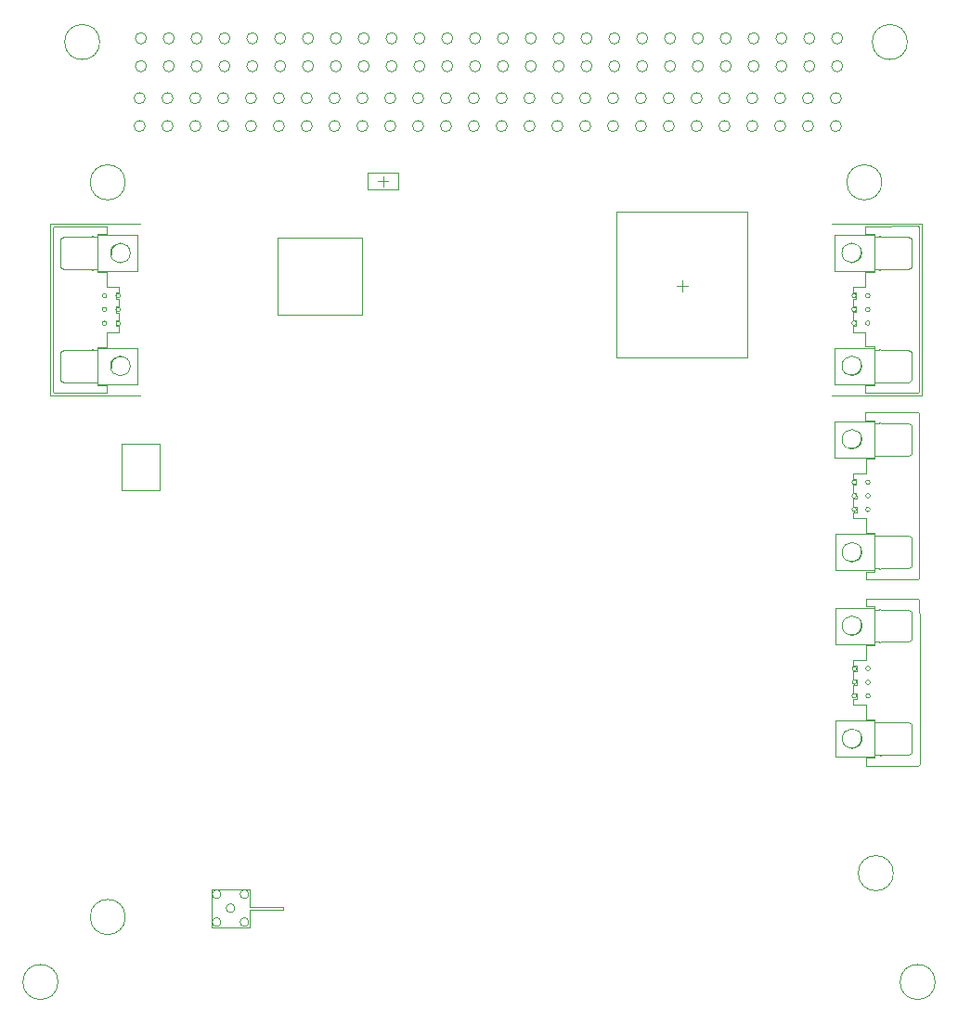
<source format=gbr>
%TF.GenerationSoftware,Altium Limited,Altium Designer,25.8.1 (18)*%
G04 Layer_Color=32768*
%FSLAX45Y45*%
%MOMM*%
%TF.SameCoordinates,E40C52F6-B12D-486C-AAC2-1DB2447C0C70*%
%TF.FilePolarity,Positive*%
%TF.FileFunction,Other,Mechanical_15*%
%TF.Part,Single*%
G01*
G75*
%TA.AperFunction,NonConductor*%
%ADD64C,0.10000*%
%ADD109C,0.05000*%
%ADD110C,0.01270*%
D64*
X3387448Y7461262D02*
Y7556262D01*
X3339948Y7508762D02*
X3434948D01*
X5517979Y5899526D02*
Y7235426D01*
X6712979Y5899526D02*
Y7235426D01*
X5517979D02*
X6712979D01*
X5517979Y5899526D02*
X6712979D01*
X6065479Y6558426D02*
X6165479D01*
X6115479Y6508426D02*
Y6608426D01*
D109*
X352500Y5555204D02*
X1172500D01*
X352500Y7125204D02*
X1172500D01*
X352500Y5555204D02*
Y7125204D01*
X1001901Y5114300D02*
X1351901D01*
X1001901Y4691300D02*
Y5114300D01*
Y4691300D02*
X1351901D01*
Y5114300D01*
X3247748Y7583762D02*
X3527148D01*
X3247748Y7433762D02*
X3527148D01*
X3247748D02*
Y7583762D01*
X3527148Y7433762D02*
Y7583762D01*
X2424448Y6992357D02*
X3195448D01*
X2424448Y6292357D02*
X3195448D01*
X2424448D02*
Y6992357D01*
X3195448Y6292357D02*
Y6992357D01*
X8303902Y5555900D02*
Y7125900D01*
X7483902Y5555900D02*
X8303902D01*
X7483902Y7125900D02*
X8303902D01*
D110*
X423501Y207200D02*
G03*
X423501Y207200I-160000J0D01*
G01*
X1037500Y800000D02*
G03*
X1037500Y800000I-160000J0D01*
G01*
X1013595Y5906460D02*
G03*
X911243Y5804110I-21095J-81256D01*
G01*
X867500Y6215204D02*
G03*
X867500Y6215204I-20000J0D01*
G01*
D02*
G03*
X867500Y6215204I-20000J0D01*
G01*
Y6340204D02*
G03*
X867500Y6340204I-20000J0D01*
G01*
D02*
G03*
X867500Y6340204I-20000J0D01*
G01*
Y6465204D02*
G03*
X867500Y6465204I-20000J0D01*
G01*
D02*
G03*
X867500Y6465204I-20000J0D01*
G01*
X1910500Y753625D02*
G03*
X1910500Y753625I-40000J0D01*
G01*
Y1007625D02*
G03*
X1910500Y1007625I-40000J0D01*
G01*
X2037500Y880625D02*
G03*
X2037500Y880625I-40000J0D01*
G01*
X2164500Y753625D02*
G03*
X2164500Y753625I-40000J0D01*
G01*
Y1007625D02*
G03*
X2164500Y1007625I-40000J0D01*
G01*
X7754877Y5155793D02*
G03*
X7754877Y5155793I-90000J0D01*
G01*
X7755645Y4125793D02*
G03*
X7755645Y4125793I-90000J0D01*
G01*
X7756143Y3455793D02*
G03*
X7756143Y3455793I-90000J0D01*
G01*
X7756911Y2425793D02*
G03*
X7756911Y2425793I-90000J0D01*
G01*
X992500Y6215204D02*
G03*
X992500Y6215204I-20000J0D01*
G01*
D02*
G03*
X992500Y6215204I-20000J0D01*
G01*
Y6340204D02*
G03*
X992500Y6340204I-20000J0D01*
G01*
D02*
G03*
X992500Y6340204I-20000J0D01*
G01*
Y6465204D02*
G03*
X992500Y6465204I-20000J0D01*
G01*
D02*
G03*
X992500Y6465204I-20000J0D01*
G01*
X1082500Y5825204D02*
G03*
X1082500Y5825204I-90000J0D01*
G01*
X7754378Y5825792D02*
G03*
X7754378Y5825792I-90000J0D01*
G01*
X1037500Y7499748D02*
G03*
X1037500Y7499748I-160000J0D01*
G01*
X1013595Y6936461D02*
G03*
X911243Y6834110I-21095J-81256D01*
G01*
X1082500Y6855204D02*
G03*
X1082500Y6855204I-90000J0D01*
G01*
X1218701Y8013500D02*
G03*
X1218701Y8013500I-51000J0D01*
G01*
X1472701D02*
G03*
X1472701Y8013500I-51000J0D01*
G01*
Y8267500D02*
G03*
X1472701Y8267500I-51000J0D01*
G01*
X1726701Y8013500D02*
G03*
X1726701Y8013500I-51000J0D01*
G01*
X1980701D02*
G03*
X1980701Y8013500I-51000J0D01*
G01*
X2234701D02*
G03*
X2234701Y8013500I-51000J0D01*
G01*
X2488701D02*
G03*
X2488701Y8013500I-51000J0D01*
G01*
X2742701D02*
G03*
X2742701Y8013500I-51000J0D01*
G01*
X2996701D02*
G03*
X2996701Y8013500I-51000J0D01*
G01*
X3250701D02*
G03*
X3250701Y8013500I-51000J0D01*
G01*
X3504701D02*
G03*
X3504701Y8013500I-51000J0D01*
G01*
X3758701D02*
G03*
X3758701Y8013500I-51000J0D01*
G01*
X804501Y8779700D02*
G03*
X804501Y8779700I-160000J0D01*
G01*
X1218701Y8267500D02*
G03*
X1218701Y8267500I-51000J0D01*
G01*
X1231401Y8559600D02*
G03*
X1231401Y8559600I-51000J0D01*
G01*
Y8813600D02*
G03*
X1231401Y8813600I-51000J0D01*
G01*
X1485401Y8559600D02*
G03*
X1485401Y8559600I-51000J0D01*
G01*
Y8813600D02*
G03*
X1485401Y8813600I-51000J0D01*
G01*
X1726701Y8267500D02*
G03*
X1726701Y8267500I-51000J0D01*
G01*
X1739401Y8813600D02*
G03*
X1739401Y8813600I-51000J0D01*
G01*
Y8559600D02*
G03*
X1739401Y8559600I-51000J0D01*
G01*
X1980701Y8267500D02*
G03*
X1980701Y8267500I-51000J0D01*
G01*
X1993401Y8559600D02*
G03*
X1993401Y8559600I-51000J0D01*
G01*
Y8813600D02*
G03*
X1993401Y8813600I-51000J0D01*
G01*
X2234701Y8267500D02*
G03*
X2234701Y8267500I-51000J0D01*
G01*
X2247401Y8559600D02*
G03*
X2247401Y8559600I-51000J0D01*
G01*
Y8813600D02*
G03*
X2247401Y8813600I-51000J0D01*
G01*
X2488701Y8267500D02*
G03*
X2488701Y8267500I-51000J0D01*
G01*
X2501401Y8813600D02*
G03*
X2501401Y8813600I-51000J0D01*
G01*
Y8559600D02*
G03*
X2501401Y8559600I-51000J0D01*
G01*
X2742701Y8267500D02*
G03*
X2742701Y8267500I-51000J0D01*
G01*
X2755401Y8559600D02*
G03*
X2755401Y8559600I-51000J0D01*
G01*
Y8813600D02*
G03*
X2755401Y8813600I-51000J0D01*
G01*
X2996701Y8267500D02*
G03*
X2996701Y8267500I-51000J0D01*
G01*
X3009401Y8559600D02*
G03*
X3009401Y8559600I-51000J0D01*
G01*
Y8813600D02*
G03*
X3009401Y8813600I-51000J0D01*
G01*
X3250701Y8267500D02*
G03*
X3250701Y8267500I-51000J0D01*
G01*
X3263401Y8559600D02*
G03*
X3263401Y8559600I-51000J0D01*
G01*
Y8813600D02*
G03*
X3263401Y8813600I-51000J0D01*
G01*
X3504701Y8267500D02*
G03*
X3504701Y8267500I-51000J0D01*
G01*
X3517401Y8559600D02*
G03*
X3517401Y8559600I-51000J0D01*
G01*
Y8813600D02*
G03*
X3517401Y8813600I-51000J0D01*
G01*
X3758701Y8267500D02*
G03*
X3758701Y8267500I-51000J0D01*
G01*
X3771401Y8559600D02*
G03*
X3771401Y8559600I-51000J0D01*
G01*
X4012701Y8013500D02*
G03*
X4012701Y8013500I-51000J0D01*
G01*
Y8267500D02*
G03*
X4012701Y8267500I-51000J0D01*
G01*
X4266701Y8013500D02*
G03*
X4266701Y8013500I-51000J0D01*
G01*
Y8267500D02*
G03*
X4266701Y8267500I-51000J0D01*
G01*
X4520701Y8013500D02*
G03*
X4520701Y8013500I-51000J0D01*
G01*
Y8267500D02*
G03*
X4520701Y8267500I-51000J0D01*
G01*
X4774701Y8013500D02*
G03*
X4774701Y8013500I-51000J0D01*
G01*
Y8267500D02*
G03*
X4774701Y8267500I-51000J0D01*
G01*
X5028701Y8013500D02*
G03*
X5028701Y8013500I-51000J0D01*
G01*
Y8267500D02*
G03*
X5028701Y8267500I-51000J0D01*
G01*
X5282701Y8013500D02*
G03*
X5282701Y8013500I-51000J0D01*
G01*
Y8267500D02*
G03*
X5282701Y8267500I-51000J0D01*
G01*
X5536701Y8013500D02*
G03*
X5536701Y8013500I-51000J0D01*
G01*
Y8267500D02*
G03*
X5536701Y8267500I-51000J0D01*
G01*
X5790701Y8013500D02*
G03*
X5790701Y8013500I-51000J0D01*
G01*
Y8267500D02*
G03*
X5790701Y8267500I-51000J0D01*
G01*
X6044701Y8013500D02*
G03*
X6044701Y8013500I-51000J0D01*
G01*
Y8267500D02*
G03*
X6044701Y8267500I-51000J0D01*
G01*
X6298701Y8013500D02*
G03*
X6298701Y8013500I-51000J0D01*
G01*
Y8267500D02*
G03*
X6298701Y8267500I-51000J0D01*
G01*
X6552701Y8013500D02*
G03*
X6552701Y8013500I-51000J0D01*
G01*
Y8267500D02*
G03*
X6552701Y8267500I-51000J0D01*
G01*
X6806701Y8013500D02*
G03*
X6806701Y8013500I-51000J0D01*
G01*
Y8267500D02*
G03*
X6806701Y8267500I-51000J0D01*
G01*
X7060701Y8013500D02*
G03*
X7060701Y8013500I-51000J0D01*
G01*
Y8267500D02*
G03*
X7060701Y8267500I-51000J0D01*
G01*
X7314701Y8013500D02*
G03*
X7314701Y8013500I-51000J0D01*
G01*
Y8267500D02*
G03*
X7314701Y8267500I-51000J0D01*
G01*
X7568701Y8013500D02*
G03*
X7568701Y8013500I-51000J0D01*
G01*
X7753611Y6855792D02*
G03*
X7753611Y6855792I-90000J0D01*
G01*
X3771401Y8813600D02*
G03*
X3771401Y8813600I-51000J0D01*
G01*
X4025401Y8559600D02*
G03*
X4025401Y8559600I-51000J0D01*
G01*
Y8813600D02*
G03*
X4025401Y8813600I-51000J0D01*
G01*
X4279401Y8559600D02*
G03*
X4279401Y8559600I-51000J0D01*
G01*
Y8813600D02*
G03*
X4279401Y8813600I-51000J0D01*
G01*
X4533401Y8559600D02*
G03*
X4533401Y8559600I-51000J0D01*
G01*
Y8813600D02*
G03*
X4533401Y8813600I-51000J0D01*
G01*
X4787401Y8559600D02*
G03*
X4787401Y8559600I-51000J0D01*
G01*
Y8813600D02*
G03*
X4787401Y8813600I-51000J0D01*
G01*
X5041401Y8559600D02*
G03*
X5041401Y8559600I-51000J0D01*
G01*
Y8813600D02*
G03*
X5041401Y8813600I-51000J0D01*
G01*
X5295401Y8559600D02*
G03*
X5295401Y8559600I-51000J0D01*
G01*
Y8813600D02*
G03*
X5295401Y8813600I-51000J0D01*
G01*
X5549401Y8559600D02*
G03*
X5549401Y8559600I-51000J0D01*
G01*
Y8813600D02*
G03*
X5549401Y8813600I-51000J0D01*
G01*
X5803401Y8559600D02*
G03*
X5803401Y8559600I-51000J0D01*
G01*
Y8813600D02*
G03*
X5803401Y8813600I-51000J0D01*
G01*
X6057401Y8559600D02*
G03*
X6057401Y8559600I-51000J0D01*
G01*
Y8813600D02*
G03*
X6057401Y8813600I-51000J0D01*
G01*
X6311401Y8559600D02*
G03*
X6311401Y8559600I-51000J0D01*
G01*
Y8813600D02*
G03*
X6311401Y8813600I-51000J0D01*
G01*
X6565401Y8559600D02*
G03*
X6565401Y8559600I-51000J0D01*
G01*
Y8813600D02*
G03*
X6565401Y8813600I-51000J0D01*
G01*
X6819401Y8559600D02*
G03*
X6819401Y8559600I-51000J0D01*
G01*
Y8813600D02*
G03*
X6819401Y8813600I-51000J0D01*
G01*
X7073401Y8559600D02*
G03*
X7073401Y8559600I-51000J0D01*
G01*
Y8813600D02*
G03*
X7073401Y8813600I-51000J0D01*
G01*
X7327401Y8559600D02*
G03*
X7327401Y8559600I-51000J0D01*
G01*
Y8813600D02*
G03*
X7327401Y8813600I-51000J0D01*
G01*
X7568701Y8267500D02*
G03*
X7568701Y8267500I-51000J0D01*
G01*
X7581401Y8559600D02*
G03*
X7581401Y8559600I-51000J0D01*
G01*
Y8813600D02*
G03*
X7581401Y8813600I-51000J0D01*
G01*
X7706434Y3065808D02*
G03*
X7706434Y3065808I-20000J0D01*
G01*
X7706527Y2940808D02*
G03*
X7706527Y2940808I-20000J0D01*
G01*
D02*
G03*
X7706527Y2940808I-20000J0D01*
G01*
X7706434Y3065808D02*
G03*
X7706434Y3065808I-20000J0D01*
G01*
X7706620Y2815808D02*
G03*
X7706620Y2815808I-20000J0D01*
G01*
D02*
G03*
X7706620Y2815808I-20000J0D01*
G01*
X7645876Y2344521D02*
G03*
X7748152Y2446948I21035J81272D01*
G01*
X7831620Y2815901D02*
G03*
X7831620Y2815901I-20000J0D01*
G01*
D02*
G03*
X7831620Y2815901I-20000J0D01*
G01*
X7831527Y2940901D02*
G03*
X7831527Y2940901I-20000J0D01*
G01*
D02*
G03*
X7831527Y2940901I-20000J0D01*
G01*
X7831434Y3065901D02*
G03*
X7831434Y3065901I-20000J0D01*
G01*
D02*
G03*
X7831434Y3065901I-20000J0D01*
G01*
X7645109Y3374521D02*
G03*
X7747384Y3476948I21035J81272D01*
G01*
X7644610Y4044521D02*
G03*
X7746885Y4146948I21035J81272D01*
G01*
X7705354Y4515808D02*
G03*
X7705354Y4515808I-20000J0D01*
G01*
D02*
G03*
X7705354Y4515808I-20000J0D01*
G01*
X7705261Y4640808D02*
G03*
X7705261Y4640808I-20000J0D01*
G01*
D02*
G03*
X7705261Y4640808I-20000J0D01*
G01*
X7705168Y4765808D02*
G03*
X7705168Y4765808I-20000J0D01*
G01*
D02*
G03*
X7705168Y4765808I-20000J0D01*
G01*
X7643842Y5074520D02*
G03*
X7746118Y5176947I21035J81272D01*
G01*
X7643344Y5744520D02*
G03*
X7745619Y5846947I21035J81272D01*
G01*
X7704088Y6215807D02*
G03*
X7704088Y6215807I-20000J0D01*
G01*
D02*
G03*
X7704088Y6215807I-20000J0D01*
G01*
X7703995Y6340807D02*
G03*
X7703995Y6340807I-20000J0D01*
G01*
D02*
G03*
X7703995Y6340807I-20000J0D01*
G01*
X7830354Y4515901D02*
G03*
X7830354Y4515901I-20000J0D01*
G01*
D02*
G03*
X7830354Y4515901I-20000J0D01*
G01*
X7830261Y4640901D02*
G03*
X7830261Y4640901I-20000J0D01*
G01*
D02*
G03*
X7830261Y4640901I-20000J0D01*
G01*
X7830168Y4765901D02*
G03*
X7830168Y4765901I-20000J0D01*
G01*
D02*
G03*
X7830168Y4765901I-20000J0D01*
G01*
X7829088Y6215900D02*
G03*
X7829088Y6215900I-20000J0D01*
G01*
D02*
G03*
X7829088Y6215900I-20000J0D01*
G01*
X8043065Y1199878D02*
G03*
X8043065Y1199878I-160000J0D01*
G01*
X8424200Y207100D02*
G03*
X8424200Y207100I-160000J0D01*
G01*
X7828995Y6340900D02*
G03*
X7828995Y6340900I-20000J0D01*
G01*
D02*
G03*
X7828995Y6340900I-20000J0D01*
G01*
X7703902Y6465807D02*
G03*
X7703902Y6465807I-20000J0D01*
G01*
D02*
G03*
X7703902Y6465807I-20000J0D01*
G01*
X7828902Y6465900D02*
G03*
X7828902Y6465900I-20000J0D01*
G01*
D02*
G03*
X7828902Y6465900I-20000J0D01*
G01*
X7642576Y6774520D02*
G03*
X7744852Y6876947I21035J81272D01*
G01*
X7938149Y7499748D02*
G03*
X7938149Y7499748I-160000J0D01*
G01*
X8170501Y8779700D02*
G03*
X8170501Y8779700I-160000J0D01*
G01*
X377500Y5825204D02*
Y6004565D01*
Y5590204D02*
Y5825204D01*
Y6004565D02*
Y6037065D01*
Y6098343D01*
Y6130843D01*
Y5590204D02*
X387500Y5580204D01*
X447500Y5694774D02*
Y5955634D01*
Y5694774D02*
X477500Y5677454D01*
X447500Y5955634D02*
X477500Y5972954D01*
Y5677454D02*
X722500D01*
X477500Y5972954D02*
X722500D01*
X387500Y5580204D02*
X867500D01*
X722500Y5677454D02*
X742500Y5671454D01*
X722500Y5972954D02*
X742500Y5978954D01*
Y5671454D02*
Y5677454D01*
Y5972954D02*
Y5978954D01*
Y5677454D02*
X787500D01*
X742500Y5972954D02*
X787500D01*
Y5825204D02*
Y6000204D01*
Y5650204D02*
Y5825204D01*
Y5660204D02*
Y5677454D01*
Y5972954D02*
Y5990204D01*
Y5650204D02*
X867500D01*
X787500Y6000204D02*
X867500D01*
Y5580204D02*
Y5650204D01*
Y6000204D02*
Y6032704D01*
Y6102704D01*
Y6135204D01*
X377500Y6130843D02*
Y6549565D01*
Y6675843D02*
Y6855204D01*
Y6549565D02*
Y6582065D01*
Y6643343D01*
Y6675843D01*
X447500Y6724775D02*
X477500Y6707454D01*
X722500D01*
X742500Y6701454D01*
Y6707454D01*
X787500D01*
Y6680204D02*
Y6855204D01*
Y6690204D02*
Y6707454D01*
Y6680204D02*
X867500D01*
Y6577704D02*
Y6647704D01*
Y6680204D01*
Y6545204D02*
Y6577704D01*
Y6135204D02*
X892500D01*
X867500Y6545204D02*
X892500D01*
Y6135204D02*
X952500D01*
X892500Y6545204D02*
X952500D01*
Y6188704D02*
Y6241704D01*
Y6313704D02*
Y6366704D01*
Y6438704D02*
Y6491704D01*
X982500D01*
X952500Y6545204D02*
X982500D01*
X787500Y5660204D02*
X1147500D01*
X1822500Y708125D02*
Y1053125D01*
Y708125D02*
X2172500D01*
X1822500Y1053125D02*
X2172500D01*
Y893749D02*
Y1053125D01*
Y708125D02*
Y867500D01*
X2477500D01*
X2172500Y893749D02*
X2477500D01*
Y867500D02*
Y893749D01*
X7509754Y5320677D02*
X7509808Y5248548D01*
X7509947Y5062806D01*
X7510000Y4990677D01*
X7510522Y4290677D02*
X7510575Y4218548D01*
X7510714Y4032807D01*
X7510767Y3960677D01*
X7511021Y3620678D02*
X7511074Y3548548D01*
X7511213Y3362807D01*
X7511266Y3290678D01*
X7511788Y2590678D02*
X7511841Y2518549D01*
X7511980Y2332807D01*
X7512033Y2260678D01*
X7675108Y4845800D02*
X7675148Y4792300D01*
X7675188Y4739300D02*
X7675241Y4667300D01*
X952500Y6135204D02*
X982500D01*
X952500Y6188704D02*
X982500D01*
X952500Y6241704D02*
X982500D01*
X952500Y6438704D02*
X982500D01*
X952500Y6313704D02*
X982500D01*
X952500Y6366704D02*
X982500D01*
X787500Y5990204D02*
X1147500D01*
X787500Y6690204D02*
X1147500D01*
X982500Y6135204D02*
Y6188704D01*
Y6241704D02*
Y6313704D01*
Y6366704D02*
Y6438704D01*
Y6491704D02*
Y6545204D01*
X1147500Y5660204D02*
Y5732333D01*
Y5918075D01*
Y5990204D01*
Y6690204D02*
Y6762333D01*
X7508680Y6762806D02*
X7508734Y6690677D01*
X7509255Y5990677D02*
X7509309Y5918548D01*
X7509448Y5732806D01*
X7509501Y5660677D01*
X7673842Y6545800D02*
X7673882Y6492300D01*
X7673921Y6439300D02*
X7673975Y6367300D01*
X7674014Y6314300D02*
X7674068Y6242300D01*
X7674108Y6189300D02*
X7674147Y6135800D01*
X377500Y6855204D02*
Y7090204D01*
X387500Y7100204D01*
X447500Y6724775D02*
Y6985633D01*
X477500Y7002954D01*
X722500D01*
X387500Y7100204D02*
X867500D01*
X722500Y7002954D02*
X742500Y7008954D01*
Y7002954D02*
Y7008954D01*
Y7002954D02*
X787500D01*
Y6855204D02*
Y7030204D01*
Y7002954D02*
Y7020204D01*
Y7030204D02*
X867500D01*
Y7100204D01*
X787500Y7020204D02*
X1147500D01*
Y6762333D02*
Y6948075D01*
Y7020204D01*
X7508488Y7020677D02*
X7508542Y6948547D01*
X7508680Y6762806D01*
X7676547Y2914300D02*
X7676600Y2842301D01*
X7676640Y2789301D02*
X7676680Y2735801D01*
X7511266Y3290678D02*
X7871266Y3290946D01*
X7676374Y3145800D02*
X7676414Y3092301D01*
X7510767Y3960677D02*
X7870767Y3960946D01*
X7676454Y3039300D02*
X7676507Y2967301D01*
X7511021Y3620678D02*
X7871021Y3620946D01*
X7676374Y3145800D02*
X7706374Y3145823D01*
X7676414Y3092301D02*
X7706414Y3092323D01*
X7676454Y3039300D02*
X7706454Y3039323D01*
X7792041Y2250887D02*
X7792093Y2180886D01*
X7512033Y2260678D02*
X7872034Y2260946D01*
X7511788Y2590678D02*
X7871788Y2590946D01*
X7791756Y2633386D02*
X7791780Y2600886D01*
X7791704Y2703386D02*
X7791756Y2633386D01*
X7791680Y2735886D02*
X7791704Y2703386D01*
X7676680Y2735801D02*
X7706680Y2735823D01*
X7766680Y2735868D01*
X7791680Y2735886D01*
X7676640Y2789301D02*
X7706640Y2789323D01*
X7706601Y2842323D02*
X7706640Y2789323D01*
X7676600Y2842301D02*
X7706601Y2842323D01*
X7676547Y2914300D02*
X7706547Y2914323D01*
X7706507Y2967323D02*
X7706547Y2914323D01*
X7676507Y2967301D02*
X7706507Y2967323D01*
X7706414Y3092323D02*
X7706454Y3039323D01*
X7706374Y3145823D02*
X7766374Y3145867D01*
X7791374Y3145886D01*
X7791350Y3178386D02*
X7791374Y3145886D01*
X7791298Y3248386D02*
X7791350Y3178386D01*
X7791274Y3280886D02*
X7791298Y3248386D01*
X7790961Y3700886D02*
X7791013Y3630886D01*
X7790775Y3950886D02*
X7790827Y3880886D01*
X7510522Y4290677D02*
X7870521Y4290945D01*
X7675414Y4435800D02*
X7705414Y4435822D01*
X7675374Y4489300D02*
X7675414Y4435800D01*
X7675374Y4489300D02*
X7705374Y4489322D01*
X7675334Y4542300D02*
X7705334Y4542322D01*
X7675281Y4614300D02*
X7675334Y4542300D01*
X7675281Y4614300D02*
X7705280Y4614322D01*
X7675241Y4667300D02*
X7705241Y4667322D01*
X7675188Y4739300D02*
X7705188Y4739323D01*
X7675148Y4792300D02*
X7705148Y4792322D01*
X7675108Y4845800D02*
X7705108Y4845822D01*
X7510000Y4990677D02*
X7870000Y4990945D01*
X7509754Y5320677D02*
X7869754Y5320945D01*
X7509501Y5660677D02*
X7869501Y5660945D01*
X7509255Y5990677D02*
X7869255Y5990945D01*
X7674147Y6135800D02*
X7704147Y6135822D01*
X7674108Y6189300D02*
X7704108Y6189322D01*
X7674068Y6242300D02*
X7704068Y6242322D01*
X7674014Y6314300D02*
X7704014Y6314322D01*
X7703975Y6367322D02*
X7704014Y6314322D01*
X7790490Y4333386D02*
X7790514Y4300886D01*
X7790438Y4403386D02*
X7790490Y4333386D01*
X7790413Y4435886D02*
X7790438Y4403386D01*
X7705414Y4435822D02*
X7765413Y4435867D01*
X7790413Y4435886D01*
X7705334Y4542322D02*
X7705374Y4489322D01*
X7705241Y4667322D02*
X7705280Y4614322D01*
X7705148Y4792322D02*
X7705188Y4739323D01*
X7705108Y4845822D02*
X7765108Y4845867D01*
X7790108Y4845886D01*
X7790084Y4878386D02*
X7790108Y4845886D01*
X7790032Y4948386D02*
X7790084Y4878386D01*
X7790008Y4980886D02*
X7790032Y4948386D01*
X7789747Y5330885D02*
X7869747Y5330945D01*
X7789695Y5400886D02*
X7789747Y5330885D01*
X7789509Y5650886D02*
X7789561Y5580885D01*
X7789509Y5650886D02*
X7869509Y5650945D01*
X7789248Y6000885D02*
X7869248Y6000945D01*
X7789224Y6033385D02*
X7789248Y6000885D01*
X7789172Y6103385D02*
X7789224Y6033385D01*
X7789147Y6135885D02*
X7789172Y6103385D01*
X7704147Y6135822D02*
X7764147Y6135867D01*
X7789147Y6135885D01*
X7704068Y6242322D02*
X7704108Y6189322D01*
X7792041Y2250887D02*
X7872041Y2250946D01*
X7872021Y2278196D02*
X7872034Y2260946D01*
X7917021Y2278230D02*
X7917025Y2272230D01*
X7937021Y2278244D01*
X7872021Y2278196D02*
X7917021Y2278230D01*
X7871911Y2425946D02*
X7872041Y2250946D01*
X7871780Y2600946D02*
X7871911Y2425946D01*
X7871801Y2573696D02*
X7916801Y2573729D01*
X7916796Y2579729D02*
X7916801Y2573729D01*
X7916796Y2579729D02*
X7936800Y2573744D01*
X7871788Y2590946D02*
X7871801Y2573696D01*
X7791780Y2600886D02*
X7871780Y2600946D01*
X7791274Y3280886D02*
X7871274Y3280946D01*
X7871253Y3308196D02*
X7871266Y3290946D01*
X7916253Y3308229D02*
X7916258Y3302229D01*
X7936253Y3308244D01*
X7871253Y3308196D02*
X7916253Y3308229D01*
X7871144Y3455946D02*
X7871274Y3280946D01*
X7871013Y3630946D02*
X7871144Y3455946D01*
X7871033Y3603696D02*
X7916033Y3603729D01*
X7916029Y3609729D02*
X7916033Y3603729D01*
X7916029Y3609729D02*
X7936033Y3603744D01*
X7871021Y3620946D02*
X7871033Y3603696D01*
X7791013Y3630886D02*
X7871013Y3630946D01*
X7790775Y3950886D02*
X7870775Y3950946D01*
X7870754Y3978195D02*
X7870767Y3960946D01*
X7915755Y3978229D02*
X7915759Y3972229D01*
X7935755Y3978244D01*
X7870754Y3978195D02*
X7915755Y3978229D01*
X7870644Y4125946D02*
X7870775Y3950946D01*
X7870514Y4300945D02*
X7870644Y4125946D01*
X7792093Y2180886D02*
X8272093Y2181244D01*
X8282086Y2191251D01*
X7937021Y2278244D02*
X8182020Y2278427D01*
X8212008Y2295770D01*
X8281911Y2426251D02*
X8282086Y2191251D01*
X8211813Y2556629D02*
X8212008Y2295770D01*
X8281777Y2605612D02*
X8281911Y2426251D01*
X8181801Y2573927D02*
X8211813Y2556629D01*
X7936800Y2573744D02*
X8181801Y2573927D01*
X8281753Y2638112D02*
X8281777Y2605612D01*
X8281707Y2699391D02*
X8281753Y2638112D01*
X8281683Y2731891D02*
X8281707Y2699391D01*
X8281371Y3150612D02*
X8281683Y2731891D01*
X8281347Y3183112D02*
X8281371Y3150612D01*
X8281301Y3244391D02*
X8281347Y3183112D01*
X8281277Y3276890D02*
X8281301Y3244391D01*
X7936253Y3308244D02*
X8181253Y3308427D01*
X8211240Y3325770D01*
X8281143Y3456251D02*
X8281277Y3276890D01*
X8211046Y3586628D02*
X8211240Y3325770D01*
X8280968Y3691251D02*
X8281143Y3456251D01*
X8181033Y3603926D02*
X8211046Y3586628D01*
X7936033Y3603744D02*
X8181033Y3603926D01*
X8270961Y3701244D02*
X8280968Y3691251D01*
X7790961Y3700886D02*
X8270961Y3701244D01*
X7790827Y3880886D02*
X8270827Y3881243D01*
X8280819Y3891251D01*
X7935755Y3978244D02*
X8180754Y3978426D01*
X8210742Y3995769D01*
X8280644Y4126251D02*
X8280819Y3891251D01*
X8210547Y4256628D02*
X8210742Y3995769D01*
X7870534Y4273696D02*
X7915534Y4273729D01*
X7915530Y4279729D02*
X7915534Y4273729D01*
X7915530Y4279729D02*
X7935534Y4273744D01*
X7870521Y4290945D02*
X7870534Y4273696D01*
X7790514Y4300886D02*
X7870514Y4300945D01*
X7790008Y4980886D02*
X7870008Y4980945D01*
X7869987Y5008195D02*
X7870000Y4990945D01*
X7914987Y5008229D02*
X7914992Y5002229D01*
X7934987Y5008244D01*
X7869987Y5008195D02*
X7914987Y5008229D01*
X7869877Y5155945D02*
X7870008Y4980945D01*
X7869747Y5330945D02*
X7869877Y5155945D01*
X7869767Y5303695D02*
X7914767Y5303729D01*
X7934767Y5303744D02*
X8179767Y5303926D01*
X7914763Y5309729D02*
X7914767Y5303729D01*
X7914763Y5309729D02*
X7934767Y5303744D01*
X7869754Y5320945D02*
X7869767Y5303695D01*
X7789695Y5400886D02*
X8269695Y5401243D01*
X7789561Y5580885D02*
X8269561Y5581243D01*
X7869488Y5678195D02*
X7869501Y5660945D01*
X7914488Y5678229D02*
X7914493Y5672229D01*
X7934488Y5678243D01*
X7869488Y5678195D02*
X7914488Y5678229D01*
X7934488Y5678243D02*
X8179488Y5678426D01*
X7869378Y5825945D02*
X7869509Y5650945D01*
X7869248Y6000945D02*
X7869378Y5825945D01*
X7869268Y5973695D02*
X7914268Y5973728D01*
X7934268Y5973743D02*
X8179268Y5973926D01*
X7914264Y5979728D02*
X7914268Y5973728D01*
X7914264Y5979728D02*
X7934268Y5973743D01*
X7869255Y5990945D02*
X7869268Y5973695D01*
X8280511Y4305611D02*
X8280644Y4126251D01*
X8180534Y4273926D02*
X8210547Y4256628D01*
X7935534Y4273744D02*
X8180534Y4273926D01*
X8280486Y4338111D02*
X8280511Y4305611D01*
X8280441Y4399390D02*
X8280486Y4338111D01*
X8280417Y4431890D02*
X8280441Y4399390D01*
X8280105Y4850611D02*
X8280417Y4431890D01*
X8280080Y4883111D02*
X8280105Y4850611D01*
X8280035Y4944390D02*
X8280080Y4883111D01*
X8280011Y4976890D02*
X8280035Y4944390D01*
X7934987Y5008244D02*
X8179987Y5008426D01*
X8209974Y5025769D01*
X8279877Y5156251D02*
X8280011Y4976890D01*
X8209780Y5286628D02*
X8209974Y5025769D01*
X8279702Y5391251D02*
X8279877Y5156251D01*
X8179767Y5303926D02*
X8209780Y5286628D01*
X8269695Y5401243D02*
X8279702Y5391251D01*
X8269561Y5581243D02*
X8279553Y5591250D01*
X8179488Y5678426D02*
X8209475Y5695769D01*
X8279378Y5826250D02*
X8279553Y5591250D01*
X8209281Y5956628D02*
X8209475Y5695769D01*
X8279245Y6005611D02*
X8279378Y5826250D01*
X8179268Y5973926D02*
X8209281Y5956628D01*
X8279220Y6038111D02*
X8279245Y6005611D01*
X8279175Y6099390D02*
X8279220Y6038111D01*
X8279150Y6131890D02*
X8279175Y6099390D01*
X7673975Y6367300D02*
X7703975Y6367322D01*
X7673921Y6439300D02*
X7703921Y6439322D01*
X7703882Y6492322D02*
X7703921Y6439322D01*
X7673882Y6492300D02*
X7703882Y6492322D01*
X7673842Y6545800D02*
X7703842Y6545822D01*
X7763842Y6545867D01*
X7788842Y6545885D01*
X7788818Y6578385D02*
X7788842Y6545885D01*
X7788766Y6648385D02*
X7788818Y6578385D01*
X7788741Y6680885D02*
X7788766Y6648385D01*
X7788741Y6680885D02*
X7868741Y6680945D01*
X7508734Y6690677D02*
X7868734Y6690945D01*
X7868721Y6708195D02*
X7868734Y6690945D01*
X7913721Y6708228D02*
X7913726Y6702228D01*
X7868721Y6708195D02*
X7913721Y6708228D01*
X7868611Y6855945D02*
X7868741Y6680945D01*
X7868481Y7030945D02*
X7868611Y6855945D01*
X7868501Y7003695D02*
X7913501Y7003728D01*
X7913496Y7009728D02*
X7913501Y7003728D01*
X7868488Y7020945D02*
X7868501Y7003695D01*
X7508488Y7020677D02*
X7868488Y7020945D01*
X7788481Y7030885D02*
X7868481Y7030945D01*
X7788429Y7100885D02*
X7788481Y7030885D01*
X8278839Y6550611D02*
X8279150Y6131890D01*
X8278814Y6583111D02*
X8278839Y6550611D01*
X8278769Y6644390D02*
X8278814Y6583111D01*
X8278744Y6676889D02*
X8278769Y6644390D01*
X7913726Y6702228D02*
X7933721Y6708243D01*
X8178721Y6708426D01*
X8208708Y6725769D01*
X8278611Y6856250D02*
X8278744Y6676889D01*
X8208514Y6986627D02*
X8208708Y6725769D01*
X8278436Y7091250D02*
X8278611Y6856250D01*
X8178501Y7003926D02*
X8208514Y6986627D01*
X7933501Y7003743D02*
X8178501Y7003926D01*
X7913496Y7009728D02*
X7933501Y7003743D01*
X8268428Y7101243D02*
X8278436Y7091250D01*
X7788429Y7100885D02*
X8268428Y7101243D01*
%TF.MD5,dcdc9bc4df43e1c23d401d091f74cbf0*%
M02*

</source>
